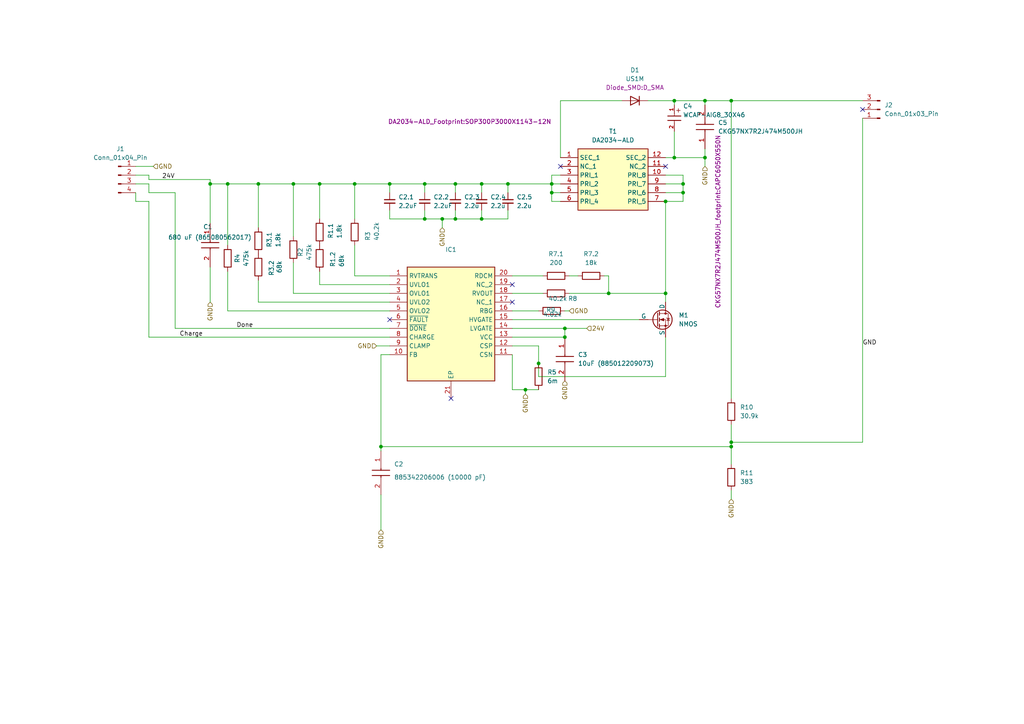
<source format=kicad_sch>
(kicad_sch (version 20231120) (generator "eeschema") (generator_version "8.0")
  (paper "A4")
  (lib_symbols
    (symbol "861011485017:WCAP-AIG8_30X46" (pin_names (offset 1.016))
      (property "Reference" "C" (at 1.175 3.38 0))
      (property "Value" "WCAP-AIG8_30X46" (at 0.915 -5.075 0))
      (symbol "WCAP-AIG8_30X46_0_0"
        (polyline (pts (xy 0 0) (xy 0.6426 0)) (stroke (width 0.1524)))
        (polyline (pts (xy 0.635 -1.905) (xy 0.635 1.905)) (stroke (width 0.254)))
        (polyline (pts (xy 1.905 1.905) (xy 1.905 -1.905)) (stroke (width 0.254)))
        (polyline (pts (xy 1.9279 0) (xy 2.5705 0)) (stroke (width 0.1524)))
        (text "+" (at 2.54 -1.905 0) (effects (font (size 1.4224 1.4224)) (justify left bottom)))
        (pin passive line (at 5.08 0 180) (length 2.54) (name "~") (number "1"))
        (pin passive line (at -2.54 0 0) (length 2.54) (name "~") (number "2"))
      )
    )
    (symbol "865080562017:865080562017" (pin_names hide)
      (property "Reference" "C" (at 8.89 6.35 0))
      (property "Value" "865080562017" (at 8.89 3.81 0))
      (symbol "865080562017_1_1"
        (polyline (pts (xy 5.08 0) (xy 5.588 0)) (stroke (width 0.254)))
        (polyline (pts (xy 5.588 2.54) (xy 5.588 -2.54)) (stroke (width 0.254)))
        (polyline (pts (xy 7.112 0) (xy 7.62 0)) (stroke (width 0.254)))
        (polyline (pts (xy 7.112 2.54) (xy 7.112 -2.54)) (stroke (width 0.254)))
        (pin passive line (at 0 0 0) (length 5.08) (name "+") (number "1"))
        (pin passive line (at 12.7 0 180) (length 5.08) (name "-") (number "2"))
      )
    )
    (symbol "885012209073:885012209073" (pin_names hide)
      (property "Reference" "C" (at 8.89 6.35 0))
      (property "Value" "885012209073" (at 8.89 3.81 0))
      (symbol "885012209073_1_1"
        (polyline (pts (xy 5.08 0) (xy 5.588 0)) (stroke (width 0.254)))
        (polyline (pts (xy 5.588 2.54) (xy 5.588 -2.54)) (stroke (width 0.254)))
        (polyline (pts (xy 7.112 0) (xy 7.62 0)) (stroke (width 0.254)))
        (polyline (pts (xy 7.112 2.54) (xy 7.112 -2.54)) (stroke (width 0.254)))
        (pin passive line (at 0 0 0) (length 5.08) (name "1") (number "1"))
        (pin passive line (at 12.7 0 180) (length 5.08) (name "2") (number "2"))
      )
    )
    (symbol "885342206006:885342206006" (pin_names hide)
      (property "Reference" "C" (at 8.89 6.35 0))
      (property "Value" "885342206006" (at 8.89 3.81 0))
      (symbol "885342206006_1_1"
        (polyline (pts (xy 5.08 0) (xy 5.588 0)) (stroke (width 0.254)))
        (polyline (pts (xy 5.588 2.54) (xy 5.588 -2.54)) (stroke (width 0.254)))
        (polyline (pts (xy 7.112 0) (xy 7.62 0)) (stroke (width 0.254)))
        (polyline (pts (xy 7.112 2.54) (xy 7.112 -2.54)) (stroke (width 0.254)))
        (pin passive line (at 0 0 0) (length 5.08) (name "1") (number "1"))
        (pin passive line (at 12.7 0 180) (length 5.08) (name "2") (number "2"))
      )
    )
    (symbol "CKG57NX7R2J474M500JH_1" (pin_names hide)
      (property "Reference" "C" (at 8.89 6.35 0))
      (property "Value" "CKG57NX7R2J474M500JH" (at 8.89 3.81 0))
      (symbol "CKG57NX7R2J474M500JH_1_1_1"
        (polyline (pts (xy 5.08 0) (xy 5.588 0)) (stroke (width 0.254)))
        (polyline (pts (xy 5.588 2.54) (xy 5.588 -2.54)) (stroke (width 0.254)))
        (polyline (pts (xy 7.112 0) (xy 7.62 0)) (stroke (width 0.254)))
        (polyline (pts (xy 7.112 2.54) (xy 7.112 -2.54)) (stroke (width 0.254)))
        (pin passive line (at 0 0 0) (length 5.08) (name "1") (number "1"))
        (pin passive line (at 12.7 0 180) (length 5.08) (name "2") (number "2"))
      )
    )
    (symbol "Connector:Conn_01x03_Pin" (pin_names (offset 1.016) hide)
      (property "Reference" "J" (at 0 5.08 0))
      (property "Value" "Conn_01x03_Pin" (at 0 -5.08 0))
      (symbol "Conn_01x03_Pin_1_1"
        (polyline (pts (xy 1.27 -2.54) (xy 0.8636 -2.54)) (stroke (width 0.1524)))
        (polyline (pts (xy 1.27 0) (xy 0.8636 0)) (stroke (width 0.1524)))
        (polyline (pts (xy 1.27 2.54) (xy 0.8636 2.54)) (stroke (width 0.1524)))
        (rectangle (start 0.8636 -2.413) (end 0 -2.667) (stroke (width 0.1524)) (fill (type outline)))
        (rectangle (start 0.8636 0.127) (end 0 -0.127) (stroke (width 0.1524)) (fill (type outline)))
        (rectangle (start 0.8636 2.667) (end 0 2.413) (stroke (width 0.1524)) (fill (type outline)))
        (pin passive line (at 5.08 2.54 180) (length 3.81) (name "Pin_1") (number "1"))
        (pin passive line (at 5.08 0 180) (length 3.81) (name "Pin_2") (number "2"))
        (pin passive line (at 5.08 -2.54 180) (length 3.81) (name "Pin_3") (number "3"))
      )
    )
    (symbol "Connector:Conn_01x04_Pin" (pin_names (offset 1.016) hide)
      (property "Reference" "J" (at 0 5.08 0))
      (property "Value" "Conn_01x04_Pin" (at 0 -7.62 0))
      (symbol "Conn_01x04_Pin_1_1"
        (polyline (pts (xy 1.27 -5.08) (xy 0.8636 -5.08)) (stroke (width 0.1524)))
        (polyline (pts (xy 1.27 -2.54) (xy 0.8636 -2.54)) (stroke (width 0.1524)))
        (polyline (pts (xy 1.27 0) (xy 0.8636 0)) (stroke (width 0.1524)))
        (polyline (pts (xy 1.27 2.54) (xy 0.8636 2.54)) (stroke (width 0.1524)))
        (rectangle (start 0.8636 -4.953) (end 0 -5.207) (stroke (width 0.1524)) (fill (type outline)))
        (rectangle (start 0.8636 -2.413) (end 0 -2.667) (stroke (width 0.1524)) (fill (type outline)))
        (rectangle (start 0.8636 0.127) (end 0 -0.127) (stroke (width 0.1524)) (fill (type outline)))
        (rectangle (start 0.8636 2.667) (end 0 2.413) (stroke (width 0.1524)) (fill (type outline)))
        (pin passive line (at 5.08 2.54 180) (length 3.81) (name "Pin_1") (number "1"))
        (pin passive line (at 5.08 0 180) (length 3.81) (name "Pin_2") (number "2"))
        (pin passive line (at 5.08 -2.54 180) (length 3.81) (name "Pin_3") (number "3"))
        (pin passive line (at 5.08 -5.08 180) (length 3.81) (name "Pin_4") (number "4"))
      )
    )
    (symbol "DA2034-ALD:DA2034-ALD"
      (property "Reference" "T" (at 26.67 7.62 0))
      (property "Value" "DA2034-ALD" (at 26.67 5.08 0))
      (symbol "DA2034-ALD_1_1"
        (rectangle (start 5.08 2.54) (end 25.4 -15.24) (stroke (width 0.254)) (fill (type background)))
        (pin passive line (at 0 0 0) (length 5.08) (name "SEC_1") (number "1"))
        (pin passive line (at 30.48 -5.08 180) (length 5.08) (name "PRI_8") (number "10"))
        (pin passive line (at 30.48 -2.54 180) (length 5.08) (name "NC_2") (number "11"))
        (pin passive line (at 30.48 0 180) (length 5.08) (name "SEC_2") (number "12"))
        (pin passive line (at 0 -2.54 0) (length 5.08) (name "NC_1") (number "2"))
        (pin passive line (at 0 -5.08 0) (length 5.08) (name "PRI_1") (number "3"))
        (pin passive line (at 0 -7.62 0) (length 5.08) (name "PRI_2") (number "4"))
        (pin passive line (at 0 -10.16 0) (length 5.08) (name "PRI_3") (number "5"))
        (pin passive line (at 0 -12.7 0) (length 5.08) (name "PRI_4") (number "6"))
        (pin passive line (at 30.48 -12.7 180) (length 5.08) (name "PRI_5") (number "7"))
        (pin passive line (at 30.48 -10.16 180) (length 5.08) (name "PRI_6") (number "8"))
        (pin passive line (at 30.48 -7.62 180) (length 5.08) (name "PRI_7") (number "9"))
      )
    )
    (symbol "Device:C_Small" (pin_numbers hide) (pin_names (offset 0.254) hide)
      (property "Reference" "C" (at 0.254 1.778 0))
      (property "Value" "C_Small" (at 0.254 -2.032 0))
      (symbol "C_Small_0_1"
        (polyline (pts (xy -1.524 -0.508) (xy 1.524 -0.508)) (stroke (width 0.3302)))
        (polyline (pts (xy -1.524 0.508) (xy 1.524 0.508)) (stroke (width 0.3048)))
      )
      (symbol "C_Small_1_1"
        (pin passive line (at 0 2.54 270) (length 2.032) (name "~") (number "1"))
        (pin passive line (at 0 -2.54 90) (length 2.032) (name "~") (number "2"))
      )
    )
    (symbol "Device:R" (pin_numbers hide) (pin_names (offset 0))
      (property "Reference" "R" (at 2.032 0 90))
      (property "Value" "R" (at 0 0 90))
      (symbol "R_0_1"
        (rectangle (start -1.016 -2.54) (end 1.016 2.54) (stroke (width 0.254)))
      )
      (symbol "R_1_1"
        (pin passive line (at 0 3.81 270) (length 1.27) (name "~") (number "1"))
        (pin passive line (at 0 -3.81 90) (length 1.27) (name "~") (number "2"))
      )
    )
    (symbol "Diode:1N4148WT" (pin_numbers hide) (pin_names hide)
      (property "Reference" "D" (at 0 2.54 0))
      (property "Value" "1N4148WT" (at 0 -2.54 0))
      (symbol "1N4148WT_0_1"
        (polyline (pts (xy -1.27 1.27) (xy -1.27 -1.27)) (stroke (width 0.254)))
        (polyline (pts (xy 1.27 0) (xy -1.27 0)))
        (polyline (pts (xy 1.27 1.27) (xy 1.27 -1.27) (xy -1.27 0) (xy 1.27 1.27)) (stroke (width 0.254)))
      )
      (symbol "1N4148WT_1_1"
        (pin passive line (at -3.81 0 0) (length 2.54) (name "K") (number "1"))
        (pin passive line (at 3.81 0 180) (length 2.54) (name "A") (number "2"))
      )
    )
    (symbol "LT3751IFE#PBF:LT3751IFE#PBF"
      (property "Reference" "IC" (at 31.75 7.62 0))
      (property "Value" "LT3751IFE#PBF" (at 31.75 5.08 0))
      (symbol "LT3751IFE#PBF_1_1"
        (rectangle (start 5.08 2.54) (end 30.48 -30.48) (stroke (width 0.254)) (fill (type background)))
        (pin passive line (at 0 0 0) (length 5.08) (name "RVTRANS") (number "1"))
        (pin passive line (at 0 -22.86 0) (length 5.08) (name "FB") (number "10"))
        (pin passive line (at 35.56 -22.86 180) (length 5.08) (name "CSN") (number "11"))
        (pin passive line (at 35.56 -20.32 180) (length 5.08) (name "CSP") (number "12"))
        (pin passive line (at 35.56 -17.78 180) (length 5.08) (name "VCC") (number "13"))
        (pin passive line (at 35.56 -15.24 180) (length 5.08) (name "LVGATE") (number "14"))
        (pin passive line (at 35.56 -12.7 180) (length 5.08) (name "HVGATE") (number "15"))
        (pin passive line (at 35.56 -10.16 180) (length 5.08) (name "RBG") (number "16"))
        (pin passive line (at 35.56 -7.62 180) (length 5.08) (name "NC_1") (number "17"))
        (pin passive line (at 35.56 -5.08 180) (length 5.08) (name "RVOUT") (number "18"))
        (pin passive line (at 35.56 -2.54 180) (length 5.08) (name "NC_2") (number "19"))
        (pin passive line (at 0 -2.54 0) (length 5.08) (name "UVLO1") (number "2"))
        (pin passive line (at 35.56 0 180) (length 5.08) (name "RDCM") (number "20"))
        (pin passive line (at 17.78 -35.56 90) (length 5.08) (name "EP") (number "21"))
        (pin passive line (at 0 -5.08 0) (length 5.08) (name "OVLO1") (number "3"))
        (pin passive line (at 0 -7.62 0) (length 5.08) (name "UVLO2") (number "4"))
        (pin passive line (at 0 -10.16 0) (length 5.08) (name "OVLO2") (number "5"))
        (pin passive line (at 0 -12.7 0) (length 5.08) (name "~{FAULT}") (number "6"))
        (pin passive line (at 0 -15.24 0) (length 5.08) (name "~{DONE}") (number "7"))
        (pin passive line (at 0 -17.78 0) (length 5.08) (name "CHARGE") (number "8"))
        (pin passive line (at 0 -20.32 0) (length 5.08) (name "CLAMP") (number "9"))
      )
    )
    (symbol "Simulation_SPICE:NMOS" (pin_numbers hide) (pin_names (offset 0))
      (property "Reference" "Q" (at 5.08 1.27 0))
      (property "Value" "NMOS" (at 5.08 -1.27 0))
      (symbol "NMOS_0_1"
        (polyline (pts (xy 0.254 0) (xy -2.54 0)))
        (polyline (pts (xy 0.254 1.905) (xy 0.254 -1.905)) (stroke (width 0.254)))
        (polyline (pts (xy 0.762 -1.27) (xy 0.762 -2.286)) (stroke (width 0.254)))
        (polyline (pts (xy 0.762 0.508) (xy 0.762 -0.508)) (stroke (width 0.254)))
        (polyline (pts (xy 0.762 2.286) (xy 0.762 1.27)) (stroke (width 0.254)))
        (polyline (pts (xy 2.54 2.54) (xy 2.54 1.778)))
        (polyline (pts (xy 2.54 -2.54) (xy 2.54 0) (xy 0.762 0)))
        (polyline (pts (xy 0.762 -1.778) (xy 3.302 -1.778) (xy 3.302 1.778) (xy 0.762 1.778)))
        (polyline (pts (xy 1.016 0) (xy 2.032 0.381) (xy 2.032 -0.381) (xy 1.016 0)) (fill (type outline)))
        (polyline (pts (xy 2.794 0.508) (xy 2.921 0.381) (xy 3.683 0.381) (xy 3.81 0.254)))
        (polyline (pts (xy 3.302 0.381) (xy 2.921 -0.254) (xy 3.683 -0.254) (xy 3.302 0.381)))
        (circle (center 1.651 0) (radius 2.794) (stroke (width 0.254)))
        (circle (center 2.54 -1.778) (radius 0.254) (fill (type outline)))
        (circle (center 2.54 1.778) (radius 0.254) (fill (type outline)))
      )
      (symbol "NMOS_1_1"
        (pin passive line (at 2.54 5.08 270) (length 2.54) (name "D") (number "1"))
        (pin input line (at -5.08 0 0) (length 2.54) (name "G") (number "2"))
        (pin passive line (at 2.54 -5.08 90) (length 2.54) (name "S") (number "3"))
      )
    )
  )
  (junction (at 193.04 85.09))
  (junction (at 204.47 45.72))
  (junction (at 156.21 105.41))
  (junction (at 147.32 53.34))
  (junction (at 198.12 53.34))
  (junction (at 66.04 53.34))
  (junction (at 204.47 29.21))
  (junction (at 176.53 85.09))
  (junction (at 132.08 53.34))
  (junction (at 193.04 58.42))
  (junction (at 132.08 63.5))
  (junction (at 212.09 29.21))
  (junction (at 113.03 53.34))
  (junction (at 139.7 63.5))
  (junction (at 110.49 129.54))
  (junction (at 195.58 45.72))
  (junction (at 163.83 97.79))
  (junction (at 102.87 53.34))
  (junction (at 160.02 53.34))
  (junction (at 123.19 53.34))
  (junction (at 60.96 53.34))
  (junction (at 152.4 113.03))
  (junction (at 160.02 55.88))
  (junction (at 198.12 55.88))
  (junction (at 128.27 63.5))
  (junction (at 163.83 95.25))
  (junction (at 123.19 63.5))
  (junction (at 139.7 53.34))
  (junction (at 195.58 29.21))
  (junction (at 212.09 128.27))
  (junction (at 212.09 129.54))
  (junction (at 92.71 53.34))
  (junction (at 85.09 53.34))
  (junction (at 74.93 53.34))
  (no_connect (at 162.56 48.26))
  (no_connect (at 193.04 48.26))
  (no_connect (at 130.81 115.57))
  (no_connect (at 148.59 82.55))
  (no_connect (at 113.03 92.71))
  (no_connect (at 250.19 31.75))
  (no_connect (at 148.59 87.63))
  (wire (pts (xy 92.71 53.34) (xy 102.87 53.34)))
  (wire (pts (xy 85.09 76.2) (xy 85.09 85.09)))
  (wire (pts (xy 66.04 53.34) (xy 66.04 71.12)))
  (wire (pts (xy 162.56 29.21) (xy 162.56 45.72)))
  (wire (pts (xy 148.59 102.87) (xy 148.59 113.03)))
  (wire (pts (xy 113.03 53.34) (xy 123.19 53.34)))
  (wire (pts (xy 110.49 129.54) (xy 110.49 130.81)))
  (wire (pts (xy 160.02 58.42) (xy 162.56 58.42)))
  (wire (pts (xy 66.04 90.17) (xy 113.03 90.17)))
  (wire (pts (xy 212.09 142.24) (xy 212.09 144.78)))
  (wire (pts (xy 60.96 53.34) (xy 60.96 64.77)))
  (wire (pts (xy 110.49 102.87) (xy 113.03 102.87)))
  (wire (pts (xy 139.7 60.96) (xy 139.7 63.5)))
  (wire (pts (xy 102.87 80.01) (xy 113.03 80.01)))
  (wire (pts (xy 250.19 34.29) (xy 250.19 128.27)))
  (wire (pts (xy 147.32 53.34) (xy 160.02 53.34)))
  (wire (pts (xy 193.04 55.88) (xy 198.12 55.88)))
  (wire (pts (xy 123.19 53.34) (xy 132.08 53.34)))
  (wire (pts (xy 139.7 53.34) (xy 139.7 55.88)))
  (wire (pts (xy 198.12 55.88) (xy 198.12 53.34)))
  (wire (pts (xy 198.12 50.8) (xy 198.12 53.34)))
  (wire (pts (xy 43.18 52.07) (xy 60.96 52.07)))
  (wire (pts (xy 162.56 50.8) (xy 160.02 50.8)))
  (wire (pts (xy 163.83 95.25) (xy 170.18 95.25)))
  (wire (pts (xy 50.8 55.88) (xy 50.8 95.25)))
  (wire (pts (xy 204.47 30.48) (xy 204.47 29.21)))
  (wire (pts (xy 148.59 92.71) (xy 185.42 92.71)))
  (wire (pts (xy 212.09 29.21) (xy 212.09 115.57)))
  (wire (pts (xy 147.32 63.5) (xy 147.32 60.96)))
  (wire (pts (xy 204.47 45.72) (xy 204.47 48.26)))
  (wire (pts (xy 132.08 53.34) (xy 132.08 55.88)))
  (wire (pts (xy 113.03 63.5) (xy 123.19 63.5)))
  (wire (pts (xy 92.71 53.34) (xy 92.71 63.5)))
  (wire (pts (xy 92.71 82.55) (xy 113.03 82.55)))
  (wire (pts (xy 195.58 29.21) (xy 195.58 30.48)))
  (wire (pts (xy 156.21 100.33) (xy 156.21 105.41)))
  (wire (pts (xy 66.04 78.74) (xy 66.04 90.17)))
  (wire (pts (xy 160.02 55.88) (xy 160.02 58.42)))
  (wire (pts (xy 128.27 63.5) (xy 132.08 63.5)))
  (wire (pts (xy 152.4 113.03) (xy 152.4 114.3)))
  (wire (pts (xy 193.04 85.09) (xy 193.04 87.63)))
  (wire (pts (xy 110.49 143.51) (xy 110.49 153.67)))
  (wire (pts (xy 156.21 100.33) (xy 148.59 100.33)))
  (wire (pts (xy 152.4 113.03) (xy 156.21 113.03)))
  (wire (pts (xy 193.04 109.22) (xy 193.04 97.79)))
  (wire (pts (xy 212.09 128.27) (xy 212.09 129.54)))
  (wire (pts (xy 212.09 129.54) (xy 212.09 134.62)))
  (wire (pts (xy 102.87 71.12) (xy 102.87 80.01)))
  (wire (pts (xy 160.02 55.88) (xy 160.02 53.34)))
  (wire (pts (xy 66.04 53.34) (xy 74.93 53.34)))
  (wire (pts (xy 165.1 90.17) (xy 163.83 90.17)))
  (wire (pts (xy 193.04 58.42) (xy 198.12 58.42)))
  (wire (pts (xy 163.83 95.25) (xy 163.83 97.79)))
  (wire (pts (xy 85.09 53.34) (xy 85.09 68.58)))
  (wire (pts (xy 162.56 53.34) (xy 160.02 53.34)))
  (wire (pts (xy 132.08 53.34) (xy 139.7 53.34)))
  (wire (pts (xy 43.18 97.79) (xy 43.18 58.42)))
  (wire (pts (xy 123.19 63.5) (xy 128.27 63.5)))
  (wire (pts (xy 176.53 85.09) (xy 193.04 85.09)))
  (wire (pts (xy 123.19 60.96) (xy 123.19 63.5)))
  (wire (pts (xy 132.08 60.96) (xy 132.08 63.5)))
  (wire (pts (xy 148.59 97.79) (xy 163.83 97.79)))
  (wire (pts (xy 50.8 95.25) (xy 113.03 95.25)))
  (wire (pts (xy 212.09 128.27) (xy 250.19 128.27)))
  (wire (pts (xy 39.37 48.26) (xy 44.45 48.26)))
  (wire (pts (xy 74.93 87.63) (xy 113.03 87.63)))
  (wire (pts (xy 198.12 58.42) (xy 198.12 55.88)))
  (wire (pts (xy 148.59 80.01) (xy 157.48 80.01)))
  (wire (pts (xy 156.21 109.22) (xy 193.04 109.22)))
  (wire (pts (xy 195.58 29.21) (xy 204.47 29.21)))
  (wire (pts (xy 43.18 50.8) (xy 43.18 52.07)))
  (wire (pts (xy 148.59 90.17) (xy 156.21 90.17)))
  (wire (pts (xy 43.18 58.42) (xy 39.37 58.42)))
  (wire (pts (xy 74.93 53.34) (xy 74.93 66.04)))
  (wire (pts (xy 148.59 95.25) (xy 163.83 95.25)))
  (wire (pts (xy 176.53 80.01) (xy 175.26 80.01)))
  (wire (pts (xy 60.96 77.47) (xy 60.96 87.63)))
  (wire (pts (xy 165.1 85.09) (xy 176.53 85.09)))
  (wire (pts (xy 139.7 53.34) (xy 147.32 53.34)))
  (wire (pts (xy 132.08 63.5) (xy 139.7 63.5)))
  (wire (pts (xy 139.7 63.5) (xy 147.32 63.5)))
  (wire (pts (xy 85.09 85.09) (xy 113.03 85.09)))
  (wire (pts (xy 39.37 58.42) (xy 39.37 55.88)))
  (wire (pts (xy 102.87 53.34) (xy 113.03 53.34)))
  (wire (pts (xy 195.58 45.72) (xy 204.47 45.72)))
  (wire (pts (xy 74.93 87.63) (xy 74.93 81.28)))
  (wire (pts (xy 60.96 52.07) (xy 60.96 53.34)))
  (wire (pts (xy 162.56 55.88) (xy 160.02 55.88)))
  (wire (pts (xy 110.49 129.54) (xy 212.09 129.54)))
  (wire (pts (xy 212.09 123.19) (xy 212.09 128.27)))
  (wire (pts (xy 187.96 29.21) (xy 195.58 29.21)))
  (wire (pts (xy 204.47 45.72) (xy 204.47 43.18)))
  (wire (pts (xy 43.18 55.88) (xy 43.18 53.34)))
  (wire (pts (xy 165.1 80.01) (xy 167.64 80.01)))
  (wire (pts (xy 113.03 60.96) (xy 113.03 63.5)))
  (wire (pts (xy 156.21 109.22) (xy 156.21 105.41)))
  (wire (pts (xy 193.04 58.42) (xy 193.04 85.09)))
  (wire (pts (xy 43.18 97.79) (xy 113.03 97.79)))
  (wire (pts (xy 92.71 78.74) (xy 92.71 82.55)))
  (wire (pts (xy 39.37 50.8) (xy 43.18 50.8)))
  (wire (pts (xy 123.19 53.34) (xy 123.19 55.88)))
  (wire (pts (xy 204.47 29.21) (xy 212.09 29.21)))
  (wire (pts (xy 198.12 53.34) (xy 193.04 53.34)))
  (wire (pts (xy 50.8 55.88) (xy 43.18 55.88)))
  (wire (pts (xy 109.22 100.33) (xy 113.03 100.33)))
  (wire (pts (xy 176.53 85.09) (xy 176.53 80.01)))
  (wire (pts (xy 39.37 53.34) (xy 43.18 53.34)))
  (wire (pts (xy 195.58 38.1) (xy 195.58 45.72)))
  (wire (pts (xy 128.27 66.04) (xy 128.27 63.5)))
  (wire (pts (xy 74.93 53.34) (xy 85.09 53.34)))
  (wire (pts (xy 85.09 53.34) (xy 92.71 53.34)))
  (wire (pts (xy 148.59 113.03) (xy 152.4 113.03)))
  (wire (pts (xy 60.96 53.34) (xy 66.04 53.34)))
  (wire (pts (xy 250.19 29.21) (xy 212.09 29.21)))
  (wire (pts (xy 102.87 53.34) (xy 102.87 63.5)))
  (wire (pts (xy 160.02 53.34) (xy 160.02 50.8)))
  (wire (pts (xy 110.49 102.87) (xy 110.49 129.54)))
  (wire (pts (xy 193.04 45.72) (xy 195.58 45.72)))
  (wire (pts (xy 193.04 50.8) (xy 198.12 50.8)))
  (wire (pts (xy 147.32 53.34) (xy 147.32 55.88)))
  (wire (pts (xy 113.03 53.34) (xy 113.03 55.88)))
  (wire (pts (xy 162.56 29.21) (xy 180.34 29.21)))
  (wire (pts (xy 148.59 85.09) (xy 157.48 85.09)))
  (label "GND" (at 250.19 100.33 0))
  (label "Done" (at 68.58 95.25 0))
  (label "Charge" (at 52.07 97.79 0))
  (label "24V" (at 46.99 52.07 0))
  (hierarchical_label "GND" (shape input) (at 60.96 87.63 270))
  (hierarchical_label "GND" (shape input) (at 110.49 153.67 270))
  (hierarchical_label "GND" (shape input) (at 204.47 48.26 270))
  (hierarchical_label "GND" (shape input) (at 212.09 144.78 270))
  (hierarchical_label "GND" (shape input) (at 163.83 110.49 270))
  (hierarchical_label "GND" (shape input) (at 165.1 90.17 0))
  (hierarchical_label "24V" (shape input) (at 170.18 95.25 0))
  (hierarchical_label "GND" (shape input) (at 109.22 100.33 180))
  (hierarchical_label "GND" (shape input) (at 152.4 114.3 270))
  (hierarchical_label "GND" (shape input) (at 44.45 48.26 0))
  (hierarchical_label "GND" (shape input) (at 128.27 66.04 270))
  (symbol (lib_name "CKG57NX7R2J474M500JH_1") (lib_id "CKG57NX7R2J474M500JH:CKG57NX7R2J474M500JH") (at 204.47 43.18 90) (unit 1)
    (property "Reference" "C5" (at 208.28 35.5599 90) (effects (justify right)))
    (property "Value" "CKG57NX7R2J474M500JH" (at 208.28 38.0999 90) (effects (justify right)))
    (property "Footprint" "CKG57NX7R2J474M500JH_footprint:CAPC6050X550N" (at 207.518 89.408 0) (effects (justify left top)))
    (property "Datasheet" "https://product.tdk.com/system/files/dam/doc/product/capacitor/ceramic/mlcc/catalog/mlcc_commercial_megacap_en.pdf" (effects (hide yes)))
    (property "Description" "Multilayer Ceramic Chip Capacitors, Capacitance=0.47uF, LxWxT:6x5x5mm" (effects (hide yes)))
    (property "Height" "5.5" (effects (hide yes)))
    (property "Manufacturer_Name" "TDK" (effects (hide yes)))
    (property "Manufacturer_Part_Number" "CKG57NX7R2J474M500JH" (effects (hide yes)))
    (property "Arrow Part Number" "CKG57NX7R2J474M500JH" (effects (hide yes)))
    (property "Arrow Price/Stock" "https://www.arrow.com/en/products/ckg57nx7r2j474m500jh/tdk?region=nac" (effects (hide yes)))
  )
  (symbol (lib_id "Device:R") (at 74.93 77.47 180) (unit 1)
    (property "Reference" "R3.2" (at 78.7399 80.01 90) (effects (justify right)))
    (property "Value" "68k" (at 81.026 79.248 90) (effects (justify right)))
    (property "Footprint" "Resistor_SMD:R_1206_3216Metric" (effects (hide yes)))
    (property "Description" "Resistor" (effects (hide yes)))
  )
  (symbol (lib_id "Device:R") (at 66.04 74.93 180) (unit 1)
    (property "Reference" "R4" (at 68.834 74.93 90))
    (property "Value" "475k" (at 71.374 74.93 90))
    (property "Footprint" "Resistor_SMD:R_0603_1608Metric" (effects (hide yes)))
    (property "Description" "Resistor" (effects (hide yes)))
  )
  (symbol (lib_id "Device:R") (at 92.71 74.93 180) (unit 1)
    (property "Reference" "R1.2" (at 96.5199 77.47 90) (effects (justify right)))
    (property "Value" "68k" (at 99.0599 77.47 90) (effects (justify right)))
    (property "Footprint" "Resistor_SMD:R_1206_3216Metric" (effects (hide yes)))
    (property "Description" "Resistor" (effects (hide yes)))
  )
  (symbol (lib_id "885342206006:885342206006") (at 110.49 130.81 270) (unit 1)
    (property "Reference" "C2" (at 114.3 134.6199 90) (effects (justify left)))
    (property "Value" "885342206006 (10000 pF)" (at 114.3 138.4299 90) (effects (justify left)))
    (property "Footprint" "885342206006:CAPC1608X87N" (effects (hide yes)))
    (property "Datasheet" "https://katalog.we-online.com/pbs/datasheet/885342206006.pdf" (effects (hide yes)))
    (property "Description" "Multilayer Ceramic Chip Capacitor WCAP-CSMH Series 0603 10000pF X7R0603103K250DFCT10000" (effects (hide yes)))
    (property "Height" "0.87" (effects (hide yes)))
    (property "Mouser Part Number" "710-885342206006" (effects (hide yes)))
    (property "Mouser Price/Stock" "https://www.mouser.co.uk/ProductDetail/Wurth-Elektronik/885342206006?qs=MLItCLRbWswnzjGuf7w1%252BQ%3D%3D" (effects (hide yes)))
    (property "Manufacturer_Name" "Wurth Elektronik" (effects (hide yes)))
    (property "Manufacturer_Part_Number" "885342206006" (effects (hide yes)))
  )
  (symbol (lib_id "861011485017:WCAP-AIG8_30X46") (at 195.58 35.56 90) (unit 1)
    (property "Reference" "C4" (at 198.12 30.783 90) (effects (justify right)))
    (property "Value" "WCAP-AIG8_30X46" (at 198.12 33.323 90) (effects (justify right)))
    (property "Footprint" "861011485017_footprint:WCAP-AIG8_30X46_DXL_" (effects (hide yes)))
  )
  (symbol (lib_id "Connector:Conn_01x03_Pin") (at 255.27 31.75 180) (unit 1)
    (property "Reference" "J2" (at 256.54 30.4799 0) (effects (justify right)))
    (property "Value" "Conn_01x03_Pin" (at 256.54 33.0199 0) (effects (justify right)))
    (property "Footprint" "Connector_PinHeader_2.54mm:PinHeader_1x03_P2.54mm_Vertical" (effects (hide yes)))
    (property "Description" "Generic connector, single row, 01x03, script generated" (effects (hide yes)))
  )
  (symbol (lib_id "Device:C_Small") (at 147.32 58.42 0) (unit 1)
    (property "Reference" "C2.5" (at 149.86 57.1562 0) (effects (justify left)))
    (property "Value" "2.2u" (at 149.86 59.6962 0) (effects (justify left)))
    (property "Footprint" "Capacitor_SMD:C_1210_3225Metric" (effects (hide yes)))
    (property "Description" "Unpolarized capacitor, small symbol" (effects (hide yes)))
  )
  (symbol (lib_id "DA2034-ALD:DA2034-ALD") (at 162.56 45.72 0) (unit 1)
    (property "Reference" "T1" (at 177.8 38.1 0))
    (property "Value" "DA2034-ALD" (at 177.8 40.64 0))
    (property "Footprint" "DA2034-ALD_Footprint:SOP300P3000X1143-12N" (at 112.522 34.544 0) (effects (justify left top)))
    (property "Datasheet" "https://www.coilcraft.com/pdfs/da2032.pdf" (effects (hide yes)))
    (property "Description" "Audio Transformers / Signal Transformers DA2032 Cap Chrgr For Linear LT3750/51" (effects (hide yes)))
    (property "Height" "11.43" (effects (hide yes)))
    (property "Mouser Part Number" "994-DA2034-ALD" (effects (hide yes)))
    (property "Mouser Price/Stock" "https://www.mouser.co.uk/ProductDetail/Coilcraft/DA2034-ALD?qs=ZYnrCdKdyedtN304hL7iMg%3D%3D" (effects (hide yes)))
    (property "Manufacturer_Name" "COILCRAFT" (effects (hide yes)))
    (property "Manufacturer_Part_Number" "DA2034-ALD" (effects (hide yes)))
  )
  (symbol (lib_id "Device:C_Small") (at 132.08 58.42 0) (unit 1)
    (property "Reference" "C2.3" (at 134.62 57.1562 0) (effects (justify left)))
    (property "Value" "2.2u" (at 134.62 59.6962 0) (effects (justify left)))
    (property "Footprint" "Capacitor_SMD:C_1210_3225Metric" (effects (hide yes)))
    (property "Description" "Unpolarized capacitor, small symbol" (effects (hide yes)))
  )
  (symbol (lib_id "Device:R") (at 161.29 85.09 90) (unit 1)
    (property "Reference" "R8" (at 166.116 86.614 90))
    (property "Value" "40.2k" (at 161.798 86.614 90))
    (property "Footprint" "Resistor_SMD:R_0603_1608Metric" (effects (hide yes)))
    (property "Description" "Resistor" (effects (hide yes)))
  )
  (symbol (lib_id "Device:R") (at 85.09 72.39 180) (unit 1)
    (property "Reference" "R2" (at 87.122 73.152 90))
    (property "Value" "475k" (at 89.662 73.152 90))
    (property "Footprint" "Resistor_SMD:R_0603_1608Metric" (effects (hide yes)))
    (property "Description" "Resistor" (effects (hide yes)))
  )
  (symbol (lib_id "Device:R") (at 161.29 80.01 90) (unit 1)
    (property "Reference" "R7.1" (at 161.29 73.66 90))
    (property "Value" "200" (at 161.29 76.2 90))
    (property "Footprint" "Resistor_SMD:R_0805_2012Metric" (effects (hide yes)))
    (property "Description" "Resistor" (effects (hide yes)))
  )
  (symbol (lib_id "Device:C_Small") (at 139.7 58.42 0) (unit 1)
    (property "Reference" "C2.4" (at 142.24 57.1562 0) (effects (justify left)))
    (property "Value" "2.2u" (at 142.24 59.6962 0) (effects (justify left)))
    (property "Footprint" "Capacitor_SMD:C_1210_3225Metric" (effects (hide yes)))
    (property "Description" "Unpolarized capacitor, small symbol" (effects (hide yes)))
  )
  (symbol (lib_id "Connector:Conn_01x04_Pin") (at 34.29 50.8 0) (unit 1)
    (property "Reference" "J1" (at 34.925 43.18 0))
    (property "Value" "Conn_01x04_Pin" (at 34.925 45.72 0))
    (property "Footprint" "Connector_PinHeader_2.54mm:PinHeader_1x04_P2.54mm_Vertical" (effects (hide yes)))
    (property "Description" "Generic connector, single row, 01x04, script generated" (effects (hide yes)))
  )
  (symbol (lib_id "865080562017:865080562017") (at 60.96 64.77 270) (unit 1)
    (property "Reference" "C1" (at 58.928 65.786 90) (effects (justify left)))
    (property "Value" "680 uF (865080562017)" (at 48.768 68.834 90) (effects (justify left)))
    (property "Footprint" "865080562017_Elektrolytic_C:CAPAE1350X1400N" (effects (hide yes)))
    (property "Datasheet" "https://www.we-online.com/catalog/datasheet/865080562017.pdf" (effects (hide yes)))
    (property "Description" "Wurth Elektronik 680uF 35 V dc Aluminium Electrolytic Capacitor, WCAP-ASLI Series 2000h 12.5 (Dia.) x 13.85mm" (effects (hide yes)))
    (property "Height" "14" (effects (hide yes)))
    (property "Mouser Part Number" "710-865080562017" (effects (hide yes)))
    (property "Mouser Price/Stock" "https://www.mouser.co.uk/ProductDetail/Wurth-Elektronik/865080562017?qs=0KOYDY2FL2%2FgZmq%2FuzCYbQ%3D%3D" (effects (hide yes)))
    (property "Manufacturer_Name" "Wurth Elektronik" (effects (hide yes)))
    (property "Manufacturer_Part_Number" "865080562017" (effects (hide yes)))
  )
  (symbol (lib_id "Device:C_Small") (at 123.19 58.42 0) (unit 1)
    (property "Reference" "C2.2" (at 125.73 57.1562 0) (effects (justify left)))
    (property "Value" "2.2uF" (at 125.73 59.6962 0) (effects (justify left)))
    (property "Footprint" "Capacitor_SMD:C_1210_3225Metric" (effects (hide yes)))
    (property "Description" "Unpolarized capacitor, small symbol" (effects (hide yes)))
  )
  (symbol (lib_id "Device:R") (at 92.71 67.31 180) (unit 1)
    (property "Reference" "R1.1" (at 95.8849 69.215 90) (effects (justify right)))
    (property "Value" "1.8k" (at 98.4249 69.215 90) (effects (justify right)))
    (property "Footprint" "Resistor_SMD:R_0603_1608Metric" (effects (hide yes)))
    (property "Description" "Resistor" (effects (hide yes)))
  )
  (symbol (lib_id "Device:R") (at 160.02 90.17 90) (unit 1)
    (property "Reference" "R9" (at 159.766 89.916 90))
    (property "Value" "4.02k" (at 160.274 91.186 90))
    (property "Footprint" "Resistor_SMD:R_0603_1608Metric" (effects (hide yes)))
    (property "Description" "Resistor" (effects (hide yes)))
  )
  (symbol (lib_id "Device:R") (at 102.87 67.31 180) (unit 1)
    (property "Reference" "R3" (at 106.6799 69.85 90) (effects (justify right)))
    (property "Value" "40.2k" (at 109.2199 69.85 90) (effects (justify right)))
    (property "Footprint" "Resistor_SMD:R_0603_1608Metric" (effects (hide yes)))
    (property "Description" "Resistor" (effects (hide yes)))
  )
  (symbol (lib_id "Device:R") (at 212.09 138.43 0) (unit 1)
    (property "Reference" "R11" (at 214.63 137.1599 0) (effects (justify left)))
    (property "Value" "383" (at 214.63 139.6999 0) (effects (justify left)))
    (property "Footprint" "Resistor_SMD:R_1206_3216Metric" (effects (hide yes)))
    (property "Description" "Resistor" (effects (hide yes)))
  )
  (symbol (lib_id "Device:R") (at 212.09 119.38 0) (unit 1)
    (property "Reference" "R10" (at 214.63 118.1099 0) (effects (justify left)))
    (property "Value" "30.9k" (at 214.63 120.6499 0) (effects (justify left)))
    (property "Footprint" "Resistor_SMD:R_1206_3216Metric" (effects (hide yes)))
    (property "Description" "Resistor" (effects (hide yes)))
  )
  (symbol (lib_id "Diode:1N4148WT") (at 184.15 29.21 180) (unit 1)
    (property "Reference" "D1" (at 184.15 20.32 0))
    (property "Value" "US1M" (at 184.15 22.86 0))
    (property "Footprint" "Diode_SMD:D_SMA" (at 184.15 25.4 0))
    (property "Datasheet" "https://www.diodes.com/assets/Datasheets/ds30396.pdf" (effects (hide yes)))
    (property "Description" "75V 0.15A Fast switching Diode, SOD-523" (effects (hide yes)))
    (property "Sim.Device" "D" (effects (hide yes)))
    (property "Sim.Pins" "1=K 2=A" (effects (hide yes)))
  )
  (symbol (lib_id "Device:R") (at 74.93 69.85 180) (unit 1)
    (property "Reference" "R3.1" (at 78.1049 71.755 90) (effects (justify right)))
    (property "Value" "1.8k" (at 80.6449 71.755 90) (effects (justify right)))
    (property "Footprint" "Resistor_SMD:R_0603_1608Metric" (effects (hide yes)))
    (property "Description" "Resistor" (effects (hide yes)))
  )
  (symbol (lib_id "Device:C_Small") (at 113.03 58.42 0) (unit 1)
    (property "Reference" "C2.1" (at 115.57 57.1562 0) (effects (justify left)))
    (property "Value" "2.2uF" (at 115.57 59.6962 0) (effects (justify left)))
    (property "Footprint" "Capacitor_SMD:C_1210_3225Metric" (effects (hide yes)))
    (property "Description" "Unpolarized capacitor, small symbol" (effects (hide yes)))
  )
  (symbol (lib_id "LT3751IFE#PBF:LT3751IFE#PBF") (at 113.03 80.01 0) (unit 1)
    (property "Reference" "IC1" (at 130.81 72.39 0))
    (property "Value" "LT3751IFE#PBF" (effects (hide yes)))
    (property "Footprint" "LT3751IFE#PBF_Footprint:SOP65P640X120-21N" (effects (hide yes)))
    (property "Datasheet" "https://www.arrow.com/en/products/lt3751ifepbf/analog-devices?region=nac" (effects (hide yes)))
    (property "Description" "Controller 5V to 24V Automotive 20-Pin TSSOP EP Tube" (effects (hide yes)))
    (property "Height" "1.2" (effects (hide yes)))
    (property "Mouser Part Number" "584-LT3751IFE#PBF" (effects (hide yes)))
    (property "Mouser Price/Stock" "https://www.mouser.co.uk/ProductDetail/Analog-Devices/LT3751IFEPBF?qs=hVkxg5c3xu8wGIOCrD9eEw%3D%3D" (effects (hide yes)))
    (property "Manufacturer_Name" "Analog Devices" (effects (hide yes)))
    (property "Manufacturer_Part_Number" "LT3751IFE#PBF" (effects (hide yes)))
  )
  (symbol (lib_id "Device:R") (at 156.21 109.22 0) (unit 1)
    (property "Reference" "R5" (at 158.75 107.9499 0) (effects (justify left)))
    (property "Value" "6m" (at 158.75 110.4899 0) (effects (justify left)))
    (property "Footprint" "Resistor_SMD:R_0805_2012Metric" (effects (hide yes)))
    (property "Description" "Resistor" (effects (hide yes)))
  )
  (symbol (lib_id "Simulation_SPICE:NMOS") (at 190.5 92.71 0) (unit 1)
    (property "Reference" "M1" (at 196.85 91.4399 0) (effects (justify left)))
    (property "Value" "NMOS" (at 196.85 93.9799 0) (effects (justify left)))
    (property "Footprint" "Package_TO_SOT_SMD:TO-263-3_TabPin2" (effects (hide yes)))
    (property "Datasheet" "https://ngspice.sourceforge.io/docs/ngspice-html-manual/manual.xhtml#cha_MOSFETs" (effects (hide yes)))
    (property "Description" "N-MOSFET transistor, drain/source/gate" (effects (hide yes)))
    (property "Sim.Device" "NMOS" (effects (hide yes)))
    (property "Sim.Type" "VDMOS" (effects (hide yes)))
    (property "Sim.Pins" "1=D 2=G 3=S" (effects (hide yes)))
  )
  (symbol (lib_id "Device:R") (at 171.45 80.01 90) (unit 1)
    (property "Reference" "R7.2" (at 171.45 73.66 90))
    (property "Value" "18k" (at 171.45 76.2 90))
    (property "Footprint" "Resistor_SMD:R_0603_1608Metric" (effects (hide yes)))
    (property "Description" "Resistor" (effects (hide yes)))
  )
  (symbol (lib_id "885012209073:885012209073") (at 163.83 97.79 270) (unit 1)
    (property "Reference" "C3" (at 167.64 102.8699 90) (effects (justify left)))
    (property "Value" "10uF (885012209073)" (at 167.64 105.4099 90) (effects (justify left)))
    (property "Footprint" "Capacitor_SMD:C_1210_3225Metric" (effects (hide yes)))
    (property "Datasheet" "https://katalog.we-online.com/pbs/datasheet/885012209073.pdf" (effects (hide yes)))
    (property "Description" "Multilayer Ceramic Chip Capacitor WCAP-CSGP Series 1210 60pF X7R1210106K050DFCT10000" (effects (hide yes)))
    (property "Height" "2.8" (effects (hide yes)))
    (property "Mouser Part Number" "710-885012209073" (effects (hide yes)))
    (property "Mouser Price/Stock" "https://www.mouser.co.uk/ProductDetail/Wurth-Elektronik/885012209073?qs=sPbYRqrBIVm8PsM2ljQIMg%3D%3D" (effects (hide yes)))
    (property "Manufacturer_Name" "Wurth Elektronik" (effects (hide yes)))
    (property "Manufacturer_Part_Number" "885012209073" (effects (hide yes)))
  )
)
</source>
